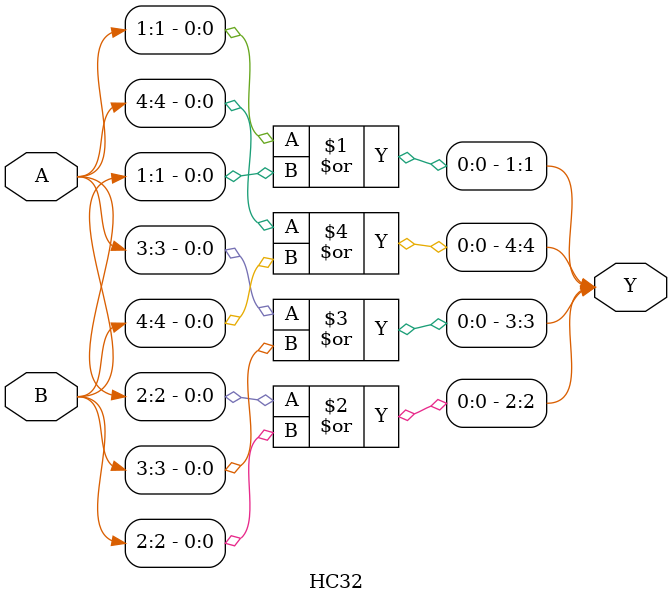
<source format=v>
module HC32(A,B,Y);
input wire[4:1]A,B;
output wire[4:1]Y;
or
gate1(Y[1],A[1],B[1]),
gate2(Y[2],A[2],B[2]),
gate3(Y[3],A[3],B[3]),
gate4(Y[4],A[4],B[4]);//74HC32 »ò ÃÅ¼¶·ç¸ñ
endmodule
</source>
